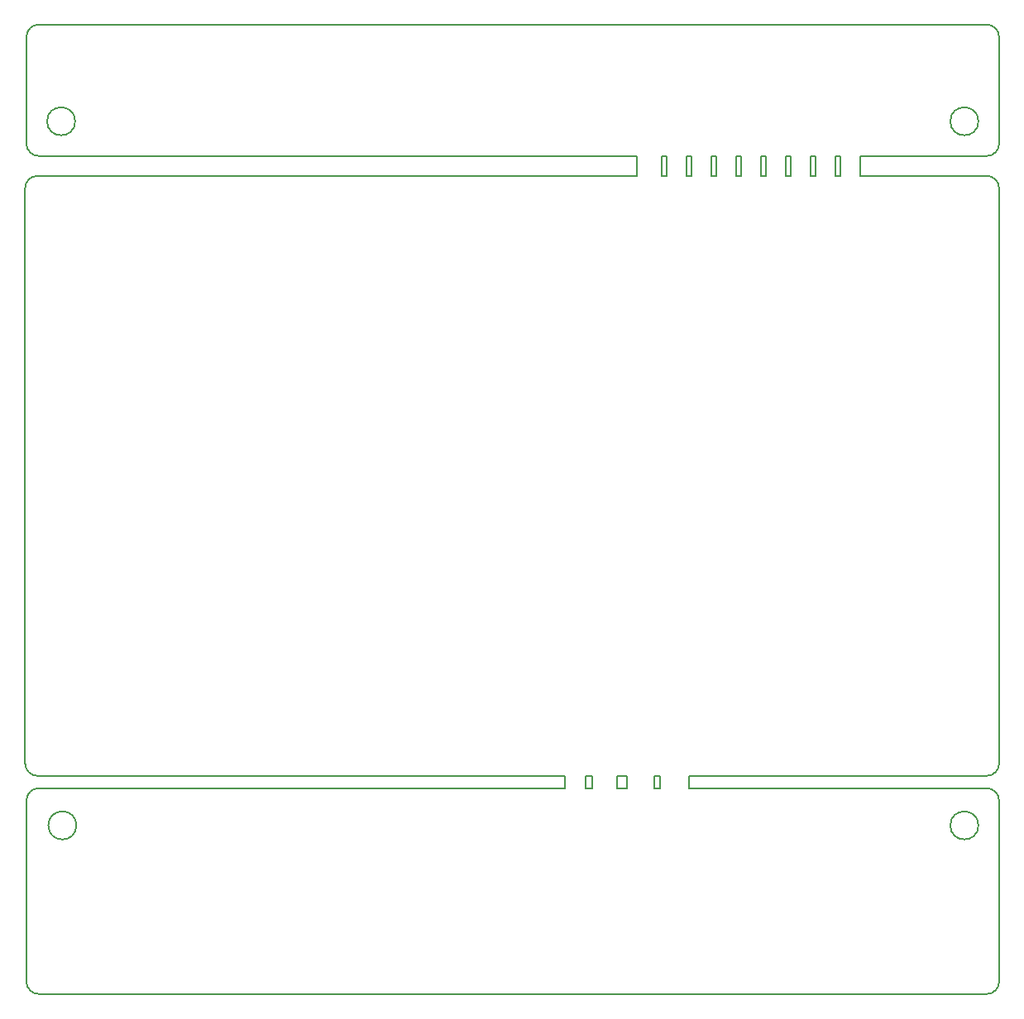
<source format=gm1>
%TF.GenerationSoftware,KiCad,Pcbnew,(5.1.6-0-10_14)*%
%TF.CreationDate,2020-11-07T00:26:36+00:00*%
%TF.ProjectId,DeWinCNC,44655769-6e43-44e4-932e-6b696361645f,0.11*%
%TF.SameCoordinates,Original*%
%TF.FileFunction,Profile,NP*%
%FSLAX46Y46*%
G04 Gerber Fmt 4.6, Leading zero omitted, Abs format (unit mm)*
G04 Created by KiCad (PCBNEW (5.1.6-0-10_14)) date 2020-11-07 00:26:36*
%MOMM*%
%LPD*%
G01*
G04 APERTURE LIST*
%TA.AperFunction,Profile*%
%ADD10C,0.150000*%
%TD*%
G04 APERTURE END LIST*
D10*
X116371841Y-134620000D02*
G75*
G03*
X116371841Y-134620000I-1436841J0D01*
G01*
X208700841Y-134620000D02*
G75*
G03*
X208700841Y-134620000I-1436841J0D01*
G01*
X176149000Y-129540000D02*
X176149000Y-130810000D01*
X175514000Y-130810000D02*
X175514000Y-129540000D01*
X175514000Y-129540000D02*
X176149000Y-129540000D01*
X176149000Y-130810000D02*
X175514000Y-130810000D01*
X172720000Y-129540000D02*
X172720000Y-130810000D01*
X171704000Y-130810000D02*
X171704000Y-129540000D01*
X171704000Y-129540000D02*
X172720000Y-129540000D01*
X172720000Y-130810000D02*
X171704000Y-130810000D01*
X168529000Y-129540000D02*
X169164000Y-129540000D01*
X168529000Y-130810000D02*
X168529000Y-129540000D01*
X169164000Y-130810000D02*
X168529000Y-130810000D01*
X169164000Y-129540000D02*
X169164000Y-130810000D01*
X179070000Y-129540000D02*
X179070000Y-130810000D01*
X166370000Y-129540000D02*
X166370000Y-130810000D01*
X179070000Y-129540000D02*
X209550000Y-129540000D01*
X209550000Y-130810000D02*
X179070000Y-130810000D01*
X209550000Y-130810000D02*
G75*
G02*
X210820000Y-132080000I0J-1270000D01*
G01*
X111252000Y-132080000D02*
G75*
G02*
X112522000Y-130810000I1270000J0D01*
G01*
X166370000Y-130810000D02*
X112522000Y-130810000D01*
X209550000Y-151892000D02*
G75*
G03*
X210820000Y-150622000I0J1270000D01*
G01*
X111252000Y-150622000D02*
G75*
G03*
X112522000Y-151892000I1270000J0D01*
G01*
X182372000Y-151892000D02*
X139700000Y-151892000D01*
X182372000Y-151892000D02*
X183388000Y-151892000D01*
X138684000Y-151892000D02*
X139700000Y-151892000D01*
X138684000Y-151892000D02*
X112522000Y-151892000D01*
X209550000Y-151892000D02*
X183388000Y-151892000D01*
X210820000Y-132080000D02*
X210820000Y-150622000D01*
X111252000Y-132080000D02*
X111252000Y-150622000D01*
X182372000Y-52578000D02*
X183388000Y-52578000D01*
X138684000Y-52578000D02*
X139700000Y-52578000D01*
X194564000Y-66040000D02*
X194056000Y-66040000D01*
X194564000Y-68072000D02*
X194564000Y-66040000D01*
X194056000Y-68072000D02*
X194564000Y-68072000D01*
X194056000Y-66040000D02*
X194056000Y-68072000D01*
X192024000Y-66040000D02*
X191516000Y-66040000D01*
X192024000Y-68072000D02*
X192024000Y-66040000D01*
X191516000Y-68072000D02*
X192024000Y-68072000D01*
X191516000Y-66040000D02*
X191516000Y-68072000D01*
X189484000Y-66040000D02*
X188976000Y-66040000D01*
X189484000Y-68072000D02*
X189484000Y-66040000D01*
X188976000Y-68072000D02*
X189484000Y-68072000D01*
X188976000Y-66040000D02*
X188976000Y-68072000D01*
X186944000Y-66040000D02*
X186436000Y-66040000D01*
X186944000Y-68072000D02*
X186944000Y-66040000D01*
X186436000Y-68072000D02*
X186944000Y-68072000D01*
X186436000Y-66040000D02*
X186436000Y-68072000D01*
X184404000Y-66040000D02*
X183896000Y-66040000D01*
X184404000Y-68072000D02*
X184404000Y-66040000D01*
X183896000Y-68072000D02*
X184404000Y-68072000D01*
X183896000Y-66040000D02*
X183896000Y-68072000D01*
X181864000Y-66040000D02*
X181356000Y-66040000D01*
X181864000Y-68072000D02*
X181864000Y-66040000D01*
X181356000Y-68072000D02*
X181864000Y-68072000D01*
X181356000Y-66040000D02*
X181356000Y-68072000D01*
X179324000Y-66040000D02*
X178816000Y-66040000D01*
X179324000Y-68072000D02*
X179324000Y-66040000D01*
X178816000Y-68072000D02*
X179324000Y-68072000D01*
X178816000Y-66040000D02*
X178816000Y-68072000D01*
X176784000Y-66040000D02*
X176276000Y-66040000D01*
X176784000Y-68072000D02*
X176784000Y-66040000D01*
X176276000Y-68072000D02*
X176784000Y-68072000D01*
X176276000Y-66040000D02*
X176276000Y-68072000D01*
X138684000Y-52578000D02*
X112522000Y-52578000D01*
X209550000Y-52578000D02*
X183388000Y-52578000D01*
X209550000Y-52578000D02*
G75*
G02*
X210820000Y-53848000I0J-1270000D01*
G01*
X111252000Y-53848000D02*
G75*
G02*
X112522000Y-52578000I1270000J0D01*
G01*
X182372000Y-52578000D02*
X139700000Y-52578000D01*
X112522000Y-66040000D02*
G75*
G02*
X111252000Y-64770000I0J1270000D01*
G01*
X116244841Y-62484000D02*
G75*
G03*
X116244841Y-62484000I-1436841J0D01*
G01*
X208700841Y-62484000D02*
G75*
G03*
X208700841Y-62484000I-1436841J0D01*
G01*
X173736000Y-66040000D02*
X173736000Y-68072000D01*
X196596000Y-68072000D02*
X200152000Y-68072000D01*
X196596000Y-66040000D02*
X196596000Y-68072000D01*
X200152000Y-66040000D02*
X196596000Y-66040000D01*
X209550000Y-66040000D02*
X200152000Y-66040000D01*
X112395000Y-68072000D02*
X173736000Y-68072000D01*
X112522000Y-66040000D02*
X173736000Y-66040000D01*
X209550000Y-68072000D02*
X200152000Y-68072000D01*
X210820000Y-53848000D02*
X210820000Y-64770000D01*
X111252000Y-53848000D02*
X111252000Y-64770000D01*
X210820000Y-64770000D02*
G75*
G02*
X209550000Y-66040000I-1270000J0D01*
G01*
X111125000Y-69342000D02*
G75*
G02*
X112395000Y-68072000I1270000J0D01*
G01*
X112395000Y-129540000D02*
G75*
G02*
X111125000Y-128270000I0J1270000D01*
G01*
X210820000Y-128270000D02*
G75*
G02*
X209550000Y-129540000I-1270000J0D01*
G01*
X209550000Y-68072000D02*
G75*
G02*
X210820000Y-69342000I0J-1270000D01*
G01*
X111125000Y-128270000D02*
X111125000Y-69342000D01*
X166370000Y-129540000D02*
X112395000Y-129540000D01*
X210820000Y-69342000D02*
X210820000Y-128270000D01*
M02*

</source>
